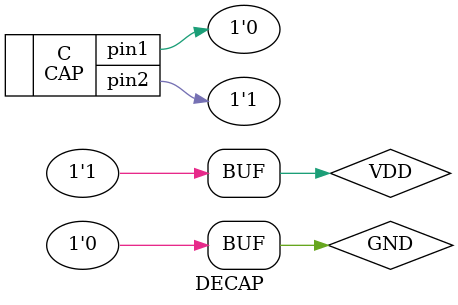
<source format=v>

(* blackbox *)
(* footprint="Capacitor_SMD:C_0402_1005Metric" *)
module CAP(
    (* num="1" *)
    inout pin1,
    (* num="2" *)
    inout pin2
);
endmodule

module DECAP();
    supply1 VDD;
    supply0 GND;

    (* keep *)
    CAP C(.pin1(GND), .pin2(VDD));
endmodule
</source>
